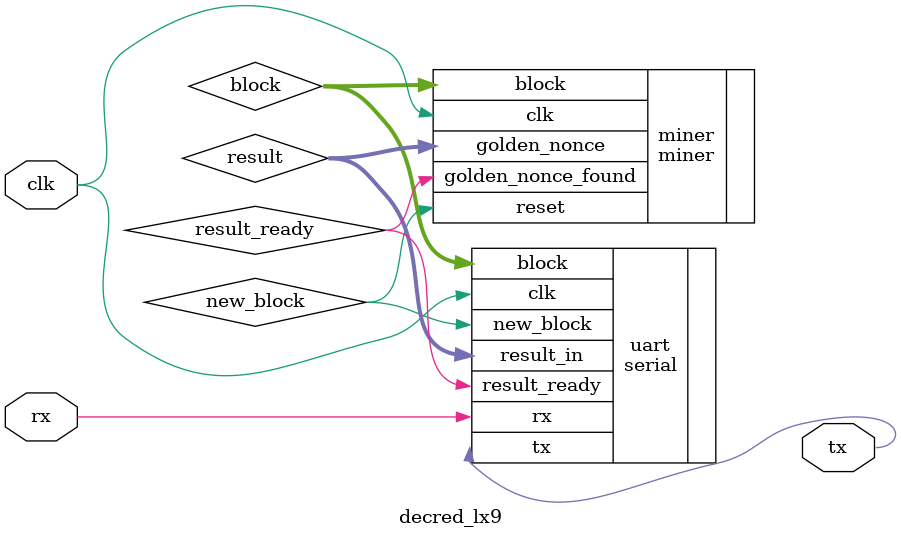
<source format=v>
/*
 * Copyright (c) 2016 Sprocket
 *
 * This is free software: you can redistribute it and/or modify
 * it under the terms of the GNU Affero General Public License with
 * additional permissions to the one published by the Free Software
 * Foundation, either version 3 of the License, or (at your option)
 * any later version. For more information see LICENSE.
 *
 * This program is distributed in the hope that it will be useful,
 * but WITHOUT ANY WARRANTY; without even the implied warranty of
 * MERCHANTABILITY or FITNESS FOR A PARTICULAR PURPOSE.  See the
 * GNU Affero General Public License for more details.
 *
 * You should have received a copy of the GNU Affero General Public License
 * along with this program. If not, see <http://www.gnu.org/licenses/>.
 */

module decred_lx9 (
	input  clk,								// 50 MHz Clock (Pin 85)
	input  rx,								// Host Serial Tx (Pin 83)
	output tx								// Host Serial Rx (Pin 82)
);
	
	wire new_block;
	wire [351:0] block;
	wire result_ready;
	wire [31:0] result;
	
	parameter CLK_RATE = 50000000;	// clk = 50 MHz
	parameter BAUD_RATE = 115200;		// baud = 115200 bps

	serial # (.CLK_RATE(CLK_RATE), .BAUD_RATE(BAUD_RATE)) uart (
		.clk(clk),
		.rx(rx),
		.tx(tx),
		.new_block(new_block),
		.block(block),
		.result_ready(result_ready),
		.result_in(result)
	);

	miner miner (
		.clk(clk),
		.reset(new_block),
		.block(block),
		.golden_nonce(result),
		.golden_nonce_found(result_ready)
	);
	
endmodule

</source>
